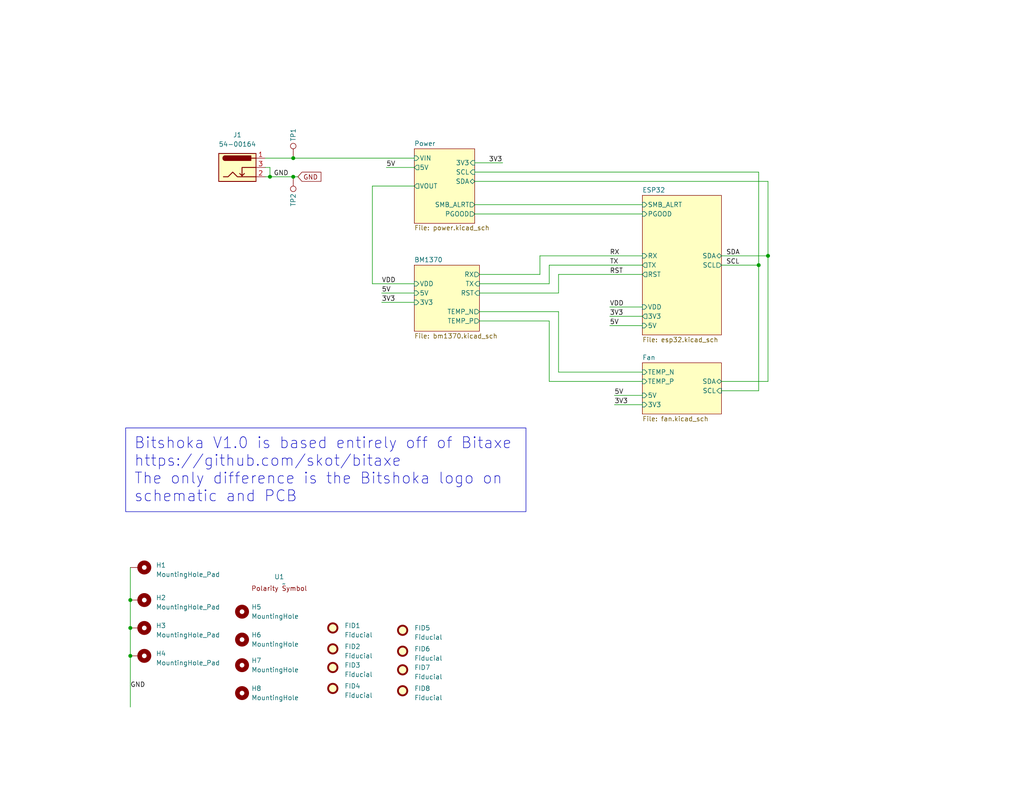
<source format=kicad_sch>
(kicad_sch (version 20231120) (generator "eeschema") (generator_version "8.0")
  (paper "A")
  (title_block (title "bitshoka") (date "2024-09-26") (rev "601"))
  (lib_symbols
    (symbol "Connector:Barrel_Jack_Switch" (pin_names hide)
      (property "Reference" "J" (at 0 5.334 0))
      (property "Value" "Barrel_Jack_Switch" (at 0 -5.08 0))
      (symbol "Barrel_Jack_Switch_0_1"
        (rectangle (start -5.08 3.81) (end 5.08 -3.81) (stroke (width 0.254)) (fill (type background)))
        (arc (start -3.302 3.175) (mid -3.9343 2.54) (end -3.302 1.905) (stroke (width 0.254)))
        (arc (start -3.302 3.175) (mid -3.9343 2.54) (end -3.302 1.905) (stroke (width 0.254)) (fill (type outline)))
        (polyline (pts (xy 1.27 -2.286) (xy 1.905 -1.651)) (stroke (width 0.254)))
        (polyline (pts (xy 5.08 2.54) (xy 3.81 2.54)) (stroke (width 0.254)))
        (polyline (pts (xy 5.08 0) (xy 1.27 0) (xy 1.27 -2.286) (xy 0.635 -1.651)) (stroke (width 0.254)))
        (polyline (pts (xy -3.81 -2.54) (xy -2.54 -2.54) (xy -1.27 -1.27) (xy 0 -2.54) (xy 2.54 -2.54) (xy 5.08 -2.54)) (stroke (width 0.254)))
        (rectangle (start 3.683 3.175) (end -3.302 1.905) (stroke (width 0.254)) (fill (type outline)))
      )
      (symbol "Barrel_Jack_Switch_1_1"
        (pin power_out line (at 7.62 2.54 180) (length 2.54) (name "~") (number "1"))
        (pin power_out line (at 7.62 -2.54 180) (length 2.54) (name "~") (number "2"))
        (pin passive line (at 7.62 0 180) (length 2.54) (name "~") (number "3"))
      )
    )
    (symbol "Connector:TestPoint" (pin_numbers hide) (pin_names (offset 0.762) hide)
      (property "Reference" "TP" (at 0 6.858 0))
      (property "Value" "TestPoint" (at 0 5.08 0))
      (symbol "TestPoint_0_1"
        (circle (center 0 3.302) (radius 0.762))
      )
      (symbol "TestPoint_1_1"
        (pin passive line (at 0 0 90) (length 2.54) (name "1") (number "1"))
      )
    )
    (symbol "Mechanical:Fiducial"
      (property "Reference" "FID" (at 0 5.08 0))
      (property "Value" "Fiducial" (at 0 3.175 0))
      (symbol "Fiducial_0_1"
        (circle (center 0 0) (radius 1.27) (stroke (width 0.508)) (fill (type background)))
      )
    )
    (symbol "Mechanical:MountingHole" (pin_names (offset 1.016))
      (property "Reference" "H" (at 0 5.08 0))
      (property "Value" "MountingHole" (at 0 3.175 0))
      (symbol "MountingHole_0_1"
        (circle (center 0 0) (radius 1.27) (stroke (width 1.27)))
      )
    )
    (symbol "Mechanical:MountingHole_Pad" (pin_numbers hide) (pin_names (offset 1.016) hide)
      (property "Reference" "H" (at 0 6.35 0))
      (property "Value" "MountingHole_Pad" (at 0 4.445 0))
      (symbol "MountingHole_Pad_0_1"
        (circle (center 0 1.27) (radius 1.27) (stroke (width 1.27)))
      )
      (symbol "MountingHole_Pad_1_1"
        (pin input line (at 0 -2.54 90) (length 2.54) (name "1") (number "1"))
      )
    )
    (symbol "bitaxe:polarity" (in_bom no)
      (property "Reference" "U" (at 0 0 0))
      (symbol "polarity_1_1"
        (text "Polarity Symbol" (at -1.27 -1.27 0) (effects (font (size 1.27 1.27))))
      )
    )
  )
  (junction (at 73.66 48.26))
  (junction (at 209.55 69.85))
  (junction (at 35.56 179.07))
  (junction (at 80.01 43.18))
  (junction (at 35.56 171.45))
  (junction (at 207.01 72.39))
  (junction (at 80.01 48.26))
  (junction (at 35.56 163.83))
  (wire (pts (xy 73.66 45.72) (xy 73.66 48.26)))
  (wire (pts (xy 129.54 46.99) (xy 207.01 46.99)))
  (wire (pts (xy 152.4 101.6) (xy 175.26 101.6)))
  (wire (pts (xy 196.85 72.39) (xy 207.01 72.39)))
  (wire (pts (xy 80.01 48.26) (xy 81.28 48.26)))
  (wire (pts (xy 105.41 45.72) (xy 113.03 45.72)))
  (wire (pts (xy 147.32 74.93) (xy 147.32 69.85)))
  (wire (pts (xy 130.81 77.47) (xy 149.86 77.47)))
  (wire (pts (xy 166.37 88.9) (xy 175.26 88.9)))
  (wire (pts (xy 72.39 43.18) (xy 80.01 43.18)))
  (wire (pts (xy 72.39 48.26) (xy 73.66 48.26)))
  (wire (pts (xy 167.64 110.49) (xy 175.26 110.49)))
  (wire (pts (xy 209.55 49.53) (xy 209.55 69.85)))
  (wire (pts (xy 175.26 104.14) (xy 149.86 104.14)))
  (wire (pts (xy 152.4 74.93) (xy 175.26 74.93)))
  (wire (pts (xy 129.54 49.53) (xy 209.55 49.53)))
  (wire (pts (xy 73.66 48.26) (xy 80.01 48.26)))
  (wire (pts (xy 166.37 83.82) (xy 175.26 83.82)))
  (wire (pts (xy 207.01 72.39) (xy 207.01 106.68)))
  (wire (pts (xy 207.01 46.99) (xy 207.01 72.39)))
  (wire (pts (xy 196.85 69.85) (xy 209.55 69.85)))
  (wire (pts (xy 152.4 80.01) (xy 152.4 74.93)))
  (wire (pts (xy 35.56 163.83) (xy 35.56 171.45)))
  (wire (pts (xy 104.14 82.55) (xy 113.03 82.55)))
  (wire (pts (xy 130.81 74.93) (xy 147.32 74.93)))
  (wire (pts (xy 196.85 104.14) (xy 209.55 104.14)))
  (wire (pts (xy 72.39 45.72) (xy 73.66 45.72)))
  (wire (pts (xy 101.6 77.47) (xy 101.6 50.8)))
  (wire (pts (xy 130.81 85.09) (xy 152.4 85.09)))
  (wire (pts (xy 149.86 77.47) (xy 149.86 72.39)))
  (wire (pts (xy 196.85 106.68) (xy 207.01 106.68)))
  (wire (pts (xy 104.14 80.01) (xy 113.03 80.01)))
  (wire (pts (xy 149.86 87.63) (xy 130.81 87.63)))
  (wire (pts (xy 209.55 104.14) (xy 209.55 69.85)))
  (wire (pts (xy 129.54 58.42) (xy 175.26 58.42)))
  (wire (pts (xy 167.64 107.95) (xy 175.26 107.95)))
  (wire (pts (xy 129.54 55.88) (xy 175.26 55.88)))
  (wire (pts (xy 35.56 179.07) (xy 35.56 193.04)))
  (wire (pts (xy 35.56 154.94) (xy 35.56 163.83)))
  (wire (pts (xy 152.4 85.09) (xy 152.4 101.6)))
  (wire (pts (xy 147.32 69.85) (xy 175.26 69.85)))
  (wire (pts (xy 166.37 86.36) (xy 175.26 86.36)))
  (wire (pts (xy 113.03 77.47) (xy 101.6 77.47)))
  (wire (pts (xy 101.6 50.8) (xy 113.03 50.8)))
  (wire (pts (xy 130.81 80.01) (xy 152.4 80.01)))
  (wire (pts (xy 149.86 72.39) (xy 175.26 72.39)))
  (wire (pts (xy 35.56 171.45) (xy 35.56 179.07)))
  (wire (pts (xy 80.01 43.18) (xy 113.03 43.18)))
  (wire (pts (xy 149.86 104.14) (xy 149.86 87.63)))
  (wire (pts (xy 129.54 44.45) (xy 137.16 44.45)))
  (text_box "Bitshoka V1.0 is based entirely off of Bitaxe\nhttps://github.com/skot/bitaxe\nThe only difference is the Bitshoka logo on schematic and PCB\n" (at 34.29 116.84 0) (size 109.22 22.86) (effects (font (size 3 3)) (justify left top)))
  (label "VDD" (at 166.37 83.82 0))
  (label "3V3" (at 104.14 82.55 0))
  (label "RST" (at 166.37 74.93 0))
  (label "VDD" (at 104.14 77.47 0))
  (label "5V" (at 105.41 45.72 0))
  (label "5V" (at 167.64 107.95 0))
  (label "SDA" (at 198.12 69.85 0))
  (label "GND" (at 35.56 187.96 0))
  (label "RX" (at 166.37 69.85 0))
  (label "3V3" (at 133.35 44.45 0))
  (label "3V3" (at 166.37 86.36 0))
  (label "SCL" (at 198.12 72.39 0))
  (label "5V" (at 166.37 88.9 0))
  (label "3V3" (at 167.64 110.49 0))
  (label "5V" (at 104.14 80.01 0))
  (label "GND" (at 78.74 48.26 180))
  (label "TX" (at 166.37 72.39 0))
  (global_label "GND" (shape input) (at 81.28 48.26 0) (property "Intersheetrefs" "${INTERSHEET_REFS}" (effects (hide yes))))
  (symbol (lib_id "Mechanical:Fiducial") (at 90.805 177.165 0) (unit 1) (in_bom no)
    (property "Reference" "FID2" (at 93.98 176.53 0) (effects (justify left)))
    (property "Value" "Fiducial" (at 93.98 179.07 0) (effects (justify left)))
    (property "Footprint" "Fiducial:Fiducial_1mm_Mask2mm" (effects (hide yes)))
  )
  (symbol (lib_id "Mechanical:Fiducial") (at 90.805 182.245 0) (unit 1) (in_bom no)
    (property "Reference" "FID3" (at 93.98 181.61 0) (effects (justify left)))
    (property "Value" "Fiducial" (at 93.98 184.15 0) (effects (justify left)))
    (property "Footprint" "Fiducial:Fiducial_1mm_Mask2mm" (effects (hide yes)))
  )
  (symbol (lib_id "Mechanical:Fiducial") (at 90.805 187.96 0) (unit 1) (in_bom no)
    (property "Reference" "FID4" (at 93.98 187.325 0) (effects (justify left)))
    (property "Value" "Fiducial" (at 93.98 189.865 0) (effects (justify left)))
    (property "Footprint" "Fiducial:Fiducial_1mm_Mask2mm" (effects (hide yes)))
  )
  (symbol (lib_id "Mechanical:Fiducial") (at 109.855 177.8 0) (unit 1) (in_bom no)
    (property "Reference" "FID6" (at 113.03 177.165 0) (effects (justify left)))
    (property "Value" "Fiducial" (at 113.03 179.705 0) (effects (justify left)))
    (property "Footprint" "Fiducial:Fiducial_1mm_Mask2mm" (effects (hide yes)))
  )
  (symbol (lib_id "Connector:TestPoint") (at 80.01 43.18 0) (unit 1) (in_bom no)
    (property "Reference" "TP1" (at 80.01 36.83 90))
    (property "Value" "TestPoint" (effects (hide yes)))
    (property "Footprint" "TestPoint:TestPoint_Pad_D1.5mm" (effects (hide yes)))
  )
  (symbol (lib_id "Connector:TestPoint") (at 80.01 48.26 180) (unit 1) (in_bom no)
    (property "Reference" "TP2" (at 80.01 54.61 90))
    (property "Value" "TestPoint" (effects (hide yes)))
    (property "Footprint" "TestPoint:TestPoint_Pad_D1.5mm" (effects (hide yes)))
  )
  (symbol (lib_id "Mechanical:MountingHole") (at 66.04 189.23 0) (unit 1) (in_bom no)
    (property "Reference" "H8" (at 68.58 187.9599 0) (effects (justify left)))
    (property "Value" "MountingHole" (at 68.58 190.4999 0) (effects (justify left)))
    (property "Footprint" "MountingHole:MountingHole_3.5mm" (effects (hide yes)))
  )
  (symbol (lib_id "Connector:Barrel_Jack_Switch") (at 64.77 45.72 0) (unit 1)
    (property "Reference" "J1" (at 64.77 36.83 0))
    (property "Value" "54-00164" (at 64.77 39.37 0))
    (property "Footprint" "bitaxe:TENSILITY_54-00164" (effects (hide yes)))
    (property "Datasheet" "https://tensility.s3.amazonaws.com/uploads/pdffiles/54-00164.pdf" (effects (hide yes)))
    (property "Description" "DC Barrel Jack with an internal switch" (effects (hide yes)))
    (property "DK" "839-54-00164CT-ND" (effects (hide yes)))
    (property "PARTNO" "54-00164" (effects (hide yes)))
    (property "LCSC" "C431534" (effects (hide yes)))
  )
  (symbol (lib_id "Mechanical:MountingHole_Pad") (at 38.1 154.94 270) (unit 1) (in_bom no)
    (property "Reference" "H1" (at 42.545 154.305 90) (effects (justify left)))
    (property "Value" "MountingHole_Pad" (at 42.545 156.845 90) (effects (justify left)))
    (property "Footprint" "MountingHole:MountingHole_3mm_Pad_Via" (effects (hide yes)))
  )
  (symbol (lib_id "Mechanical:MountingHole") (at 66.04 181.61 0) (unit 1) (in_bom no)
    (property "Reference" "H7" (at 68.58 180.3399 0) (effects (justify left)))
    (property "Value" "MountingHole" (at 68.58 182.8799 0) (effects (justify left)))
    (property "Footprint" "MountingHole:MountingHole_3.5mm" (effects (hide yes)))
  )
  (symbol (lib_id "Mechanical:Fiducial") (at 90.805 171.45 0) (unit 1) (in_bom no)
    (property "Reference" "FID1" (at 93.98 170.815 0) (effects (justify left)))
    (property "Value" "Fiducial" (at 93.98 173.355 0) (effects (justify left)))
    (property "Footprint" "Fiducial:Fiducial_1mm_Mask2mm" (effects (hide yes)))
  )
  (symbol (lib_id "Mechanical:Fiducial") (at 109.855 188.595 0) (unit 1) (in_bom no)
    (property "Reference" "FID8" (at 113.03 187.96 0) (effects (justify left)))
    (property "Value" "Fiducial" (at 113.03 190.5 0) (effects (justify left)))
    (property "Footprint" "Fiducial:Fiducial_1mm_Mask2mm" (effects (hide yes)))
  )
  (symbol (lib_id "Mechanical:Fiducial") (at 109.855 172.085 0) (unit 1) (in_bom no)
    (property "Reference" "FID5" (at 113.03 171.45 0) (effects (justify left)))
    (property "Value" "Fiducial" (at 113.03 173.99 0) (effects (justify left)))
    (property "Footprint" "Fiducial:Fiducial_1mm_Mask2mm" (effects (hide yes)))
  )
  (symbol (lib_id "Mechanical:MountingHole") (at 66.04 174.625 0) (unit 1) (in_bom no)
    (property "Reference" "H6" (at 68.58 173.3549 0) (effects (justify left)))
    (property "Value" "MountingHole" (at 68.58 175.8949 0) (effects (justify left)))
    (property "Footprint" "MountingHole:MountingHole_3.5mm" (effects (hide yes)))
  )
  (symbol (lib_id "Mechanical:Fiducial") (at 109.855 182.88 0) (unit 1) (in_bom no)
    (property "Reference" "FID7" (at 113.03 182.245 0) (effects (justify left)))
    (property "Value" "Fiducial" (at 113.03 184.785 0) (effects (justify left)))
    (property "Footprint" "Fiducial:Fiducial_1mm_Mask2mm" (effects (hide yes)))
  )
  (symbol (lib_id "Mechanical:MountingHole") (at 66.04 167.005 0) (unit 1) (in_bom no)
    (property "Reference" "H5" (at 68.58 165.7349 0) (effects (justify left)))
    (property "Value" "MountingHole" (at 68.58 168.2749 0) (effects (justify left)))
    (property "Footprint" "MountingHole:MountingHole_3.5mm" (effects (hide yes)))
  )
  (symbol (lib_id "Mechanical:MountingHole_Pad") (at 38.1 171.45 270) (unit 1) (in_bom no)
    (property "Reference" "H3" (at 42.545 170.815 90) (effects (justify left)))
    (property "Value" "MountingHole_Pad" (at 42.545 173.355 90) (effects (justify left)))
    (property "Footprint" "MountingHole:MountingHole_3mm_Pad_Via" (effects (hide yes)))
  )
  (symbol (lib_id "Mechanical:MountingHole_Pad") (at 38.1 163.83 270) (unit 1) (in_bom no)
    (property "Reference" "H2" (at 42.545 163.195 90) (effects (justify left)))
    (property "Value" "MountingHole_Pad" (at 42.545 165.735 90) (effects (justify left)))
    (property "Footprint" "MountingHole:MountingHole_3mm_Pad_Via" (effects (hide yes)))
  )
  (symbol (lib_id "Mechanical:MountingHole_Pad") (at 38.1 179.07 270) (unit 1) (in_bom no)
    (property "Reference" "H4" (at 42.545 178.435 90) (effects (justify left)))
    (property "Value" "MountingHole_Pad" (at 42.545 180.975 90) (effects (justify left)))
    (property "Footprint" "MountingHole:MountingHole_3mm_Pad_Via" (effects (hide yes)))
  )
  (symbol (lib_id "bitaxe:polarity") (at 77.47 159.385 0) (unit 1) (in_bom no)
    (property "Reference" "U1" (at 76.2 157.48 0))
    (property "Value" "~" (at 77.47 159.385 0))
    (property "Footprint" "bitaxe:polarity" (effects (hide yes)))
  )
  (sheet (at 113.03 72.39) (size 17.78 18.034) (stroke (width 0.1524)) (fill (color 255 255 194 1.0000))
    (property "Sheetname" "BM1370" (at 113.03 71.6784 0) (effects (justify left bottom)))
    (property "Sheetfile" "bm1370.kicad_sch" (at 113.03 91.0086 0) (effects (justify left top)))
    (pin "TX" input (at 130.81 77.47 0))
    (pin "RX" output (at 130.81 74.93 0))
    (pin "RST" input (at 130.81 80.01 0))
    (pin "3V3" input (at 113.03 82.55 180))
    (pin "5V" input (at 113.03 80.01 180))
    (pin "VDD" input (at 113.03 77.47 180))
    (pin "TEMP_N" output (at 130.81 85.09 0))
    (pin "TEMP_P" output (at 130.81 87.63 0))
  )
  (sheet (at 175.26 99.06) (size 21.59 13.97) (stroke (width 0.1524)) (fill (color 255 255 194 1.0000))
    (property "Sheetname" "Fan" (at 175.26 98.3484 0) (effects (justify left bottom)))
    (property "Sheetfile" "fan.kicad_sch" (at 175.26 113.6146 0) (effects (justify left top)))
    (pin "SDA" bidirectional (at 196.85 104.14 0))
    (pin "SCL" input (at 196.85 106.68 0))
    (pin "5V" input (at 175.26 107.95 180))
    (pin "3V3" input (at 175.26 110.49 180))
    (pin "TEMP_N" input (at 175.26 101.6 180))
    (pin "TEMP_P" input (at 175.26 104.14 180))
  )
  (sheet (at 113.03 40.64) (size 16.51 20.32) (stroke (width 0.1524)) (fill (color 255 255 194 1.0000))
    (property "Sheetname" "Power" (at 113.03 39.9284 0) (effects (justify left bottom)))
    (property "Sheetfile" "power.kicad_sch" (at 113.03 61.468 0) (effects (justify left top)))
    (pin "VOUT" output (at 113.03 50.8 180))
    (pin "VIN" input (at 113.03 43.18 180))
    (pin "SCL" input (at 129.54 46.99 0))
    (pin "SDA" bidirectional (at 129.54 49.53 0))
    (pin "5V" output (at 113.03 45.72 180))
    (pin "3V3" input (at 129.54 44.45 0))
    (pin "PGOOD" output (at 129.54 58.42 0))
    (pin "SMB_ALRT" output (at 129.54 55.88 0))
  )
  (sheet (at 175.26 53.34) (size 21.59 38.1) (stroke (width 0.1524)) (fill (color 255 255 194 1.0000))
    (property "Sheetname" "ESP32" (at 175.26 52.6284 0) (effects (justify left bottom)))
    (property "Sheetfile" "esp32.kicad_sch" (at 175.26 92.0246 0) (effects (justify left top)))
    (pin "SDA" bidirectional (at 196.85 69.85 0))
    (pin "SCL" output (at 196.85 72.39 0))
    (pin "RX" input (at 175.26 69.85 180))
    (pin "TX" output (at 175.26 72.39 180))
    (pin "RST" output (at 175.26 74.93 180))
    (pin "5V" input (at 175.26 88.9 180))
    (pin "3V3" output (at 175.26 86.36 180))
    (pin "PGOOD" input (at 175.26 58.42 180))
    (pin "VDD" input (at 175.26 83.82 180))
    (pin "SMB_ALRT" input (at 175.26 55.88 180))
  )
)
</source>
